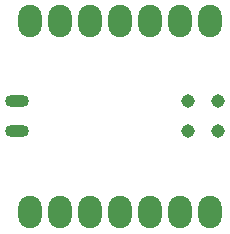
<source format=gbp>
%TF.GenerationSoftware,KiCad,Pcbnew,5.0.2+dfsg1-1*%
%TF.CreationDate,2022-04-10T01:54:42-07:00*%
%TF.ProjectId,keygame,6b657967-616d-4652-9e6b-696361645f70,rev?*%
%TF.SameCoordinates,Original*%
%TF.FileFunction,Paste,Bot*%
%TF.FilePolarity,Positive*%
%FSLAX46Y46*%
G04 Gerber Fmt 4.6, Leading zero omitted, Abs format (unit mm)*
G04 Created by KiCad (PCBNEW 5.0.2+dfsg1-1) date Sun 10 Apr 2022 01:54:42 AM PDT*
%MOMM*%
%LPD*%
G01*
G04 APERTURE LIST*
%ADD10C,1.143000*%
%ADD11O,2.032000X1.016000*%
%ADD12O,1.998980X2.748280*%
G04 APERTURE END LIST*
D10*
X184264187Y-39261197D03*
X184264187Y-41801197D03*
X186804187Y-39261197D03*
X186804187Y-41801197D03*
D11*
X169800000Y-39250000D03*
X169800000Y-41800000D03*
D12*
X186117820Y-48666880D03*
X183577820Y-48666880D03*
X181037820Y-48666880D03*
X178497820Y-48666880D03*
X175957820Y-48666880D03*
X173417820Y-48666880D03*
X170877820Y-48666880D03*
X170877820Y-32502320D03*
X173417820Y-32502320D03*
X175957820Y-32502320D03*
X178497820Y-32502320D03*
X181037820Y-32502320D03*
X183577820Y-32502320D03*
X186117820Y-32502320D03*
M02*

</source>
